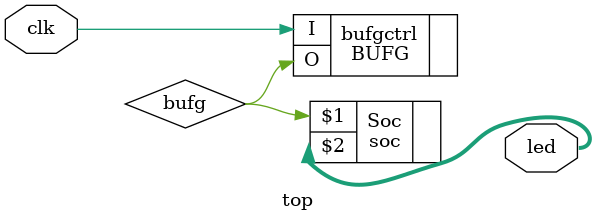
<source format=v>
module top (
    input clk,
    output [3:0] led
);

    wire bufg;
    BUFG bufgctrl (
        .I(clk),
        .O(bufg)
    );

    soc Soc (bufg, led);
endmodule
</source>
